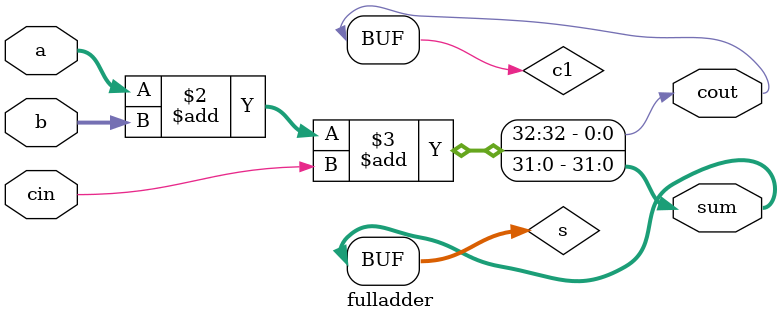
<source format=sv>
module fulladder #(parameter N=32)
						(input  logic [N-1:0] a, b,
						 input  logic         cin,
						 output logic [N-1:0] sum, 
						 output logic         cout);
						
logic [N-1:0] s;
logic c1;

always_comb begin
	{c1, s} = a + b + cin;
end

assign sum = s;
assign cout = c1;

endmodule
</source>
